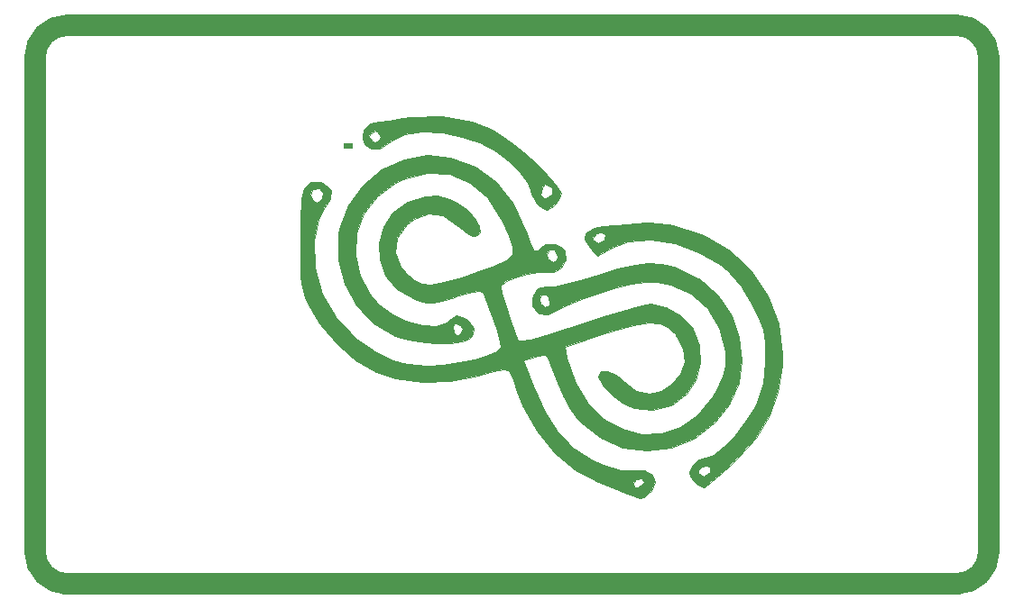
<source format=gbr>
%TF.GenerationSoftware,KiCad,Pcbnew,5.1.8-db9833491~88~ubuntu20.04.1*%
%TF.CreationDate,2020-12-22T00:38:32+08:00*%
%TF.ProjectId,Ingress_BioCard,496e6772-6573-4735-9f42-696f43617264,1.0*%
%TF.SameCoordinates,Original*%
%TF.FileFunction,Copper,L1,Top*%
%TF.FilePolarity,Positive*%
%FSLAX46Y46*%
G04 Gerber Fmt 4.6, Leading zero omitted, Abs format (unit mm)*
G04 Created by KiCad (PCBNEW 5.1.8-db9833491~88~ubuntu20.04.1) date 2020-12-22 00:38:32*
%MOMM*%
%LPD*%
G01*
G04 APERTURE LIST*
%TA.AperFunction,NonConductor*%
%ADD10C,2.000000*%
%TD*%
%TA.AperFunction,EtchedComponent*%
%ADD11C,0.010000*%
%TD*%
%TA.AperFunction,ComponentPad*%
%ADD12R,0.900000X0.500000*%
%TD*%
G04 APERTURE END LIST*
D10*
X63250000Y-84370000D02*
G75*
G02*
X66250000Y-81370000I3000000J0D01*
G01*
X152750000Y-130870000D02*
G75*
G02*
X149750000Y-133870000I-3000000J0D01*
G01*
X152750000Y-84370000D02*
X152750000Y-130870000D01*
X66294000Y-81370000D02*
X149750000Y-81370000D01*
X66250000Y-133870000D02*
G75*
G02*
X63250000Y-130870000I0J3000000D01*
G01*
X63250000Y-84370000D02*
X63250000Y-130870000D01*
X149750000Y-81370000D02*
G75*
G02*
X152750000Y-84370000I0J-3000000D01*
G01*
X66040000Y-133870000D02*
X149860000Y-133870000D01*
D11*
%TO.C,G\u002A\u002A\u002A*%
G36*
X102233442Y-93785876D02*
G01*
X104568608Y-94650076D01*
X106555437Y-96103097D01*
X108140669Y-98092870D01*
X109271046Y-100567329D01*
X109317327Y-100711261D01*
X109757036Y-101932318D01*
X110123839Y-102511179D01*
X110464369Y-102501003D01*
X110666389Y-102249111D01*
X111219577Y-101926264D01*
X112018702Y-101957707D01*
X112727516Y-102299142D01*
X112930254Y-102547347D01*
X113052075Y-103391972D01*
X112655154Y-104135758D01*
X111916613Y-104561306D01*
X111295055Y-104554391D01*
X110484694Y-104528716D01*
X109427869Y-104712958D01*
X108345624Y-105037125D01*
X107459001Y-105431222D01*
X106989041Y-105825256D01*
X106962222Y-105926402D01*
X107073800Y-106473357D01*
X107371659Y-107506153D01*
X107800482Y-108847729D01*
X108304957Y-110321022D01*
X108535059Y-110961051D01*
X108868829Y-111042853D01*
X109747580Y-110889624D01*
X111203034Y-110493295D01*
X113266912Y-109845795D01*
X114428246Y-109461745D01*
X116377643Y-108825223D01*
X118145224Y-108277805D01*
X119601377Y-107857333D01*
X120616489Y-107601647D01*
X121007997Y-107540778D01*
X122431417Y-107843112D01*
X123824786Y-108639866D01*
X124908088Y-109765664D01*
X124990248Y-109892664D01*
X125563939Y-111417509D01*
X125632448Y-113125303D01*
X125219354Y-114764944D01*
X124415105Y-116017483D01*
X122912940Y-117116435D01*
X121184291Y-117559696D01*
X119521616Y-117380694D01*
X118473564Y-116921897D01*
X117434988Y-116190918D01*
X116599340Y-115357509D01*
X116160072Y-114591424D01*
X116134444Y-114408503D01*
X116366373Y-113910309D01*
X116960385Y-113865711D01*
X117763817Y-114245764D01*
X118469155Y-114851175D01*
X119652917Y-115705456D01*
X120883980Y-115966834D01*
X122057559Y-115731376D01*
X123068872Y-115095147D01*
X123813137Y-114154215D01*
X124185569Y-113004647D01*
X124081387Y-111742508D01*
X123395807Y-110463866D01*
X123335029Y-110390067D01*
X122656397Y-109753878D01*
X121854233Y-109403602D01*
X120813030Y-109340098D01*
X119417282Y-109564224D01*
X117551484Y-110076838D01*
X116406358Y-110441551D01*
X112937890Y-111578435D01*
X113169367Y-112632343D01*
X113961176Y-114985950D01*
X115147814Y-116898589D01*
X116637859Y-118350560D01*
X118339894Y-119322167D01*
X120162499Y-119793709D01*
X122014255Y-119745490D01*
X123803743Y-119157809D01*
X125439544Y-118010969D01*
X126830239Y-116285272D01*
X127185603Y-115652483D01*
X127773420Y-114370616D01*
X128025976Y-113339258D01*
X128015796Y-112233142D01*
X127994385Y-112025278D01*
X127438763Y-109817512D01*
X126352170Y-107976934D01*
X124814787Y-106585625D01*
X122906795Y-105725667D01*
X121619227Y-105499032D01*
X120479256Y-105479378D01*
X119261032Y-105639342D01*
X117760600Y-106016524D01*
X116257712Y-106487502D01*
X114743242Y-107014557D01*
X113444200Y-107518128D01*
X112532727Y-107928690D01*
X112226111Y-108115778D01*
X111320045Y-108585454D01*
X110504062Y-108477636D01*
X109966989Y-107829387D01*
X109915534Y-107662277D01*
X109945888Y-107121202D01*
X110576803Y-107121202D01*
X110666389Y-107540778D01*
X111115970Y-107880288D01*
X111486750Y-107677302D01*
X111548333Y-107385209D01*
X111349100Y-106794939D01*
X111219932Y-106673899D01*
X110801663Y-106697665D01*
X110576803Y-107121202D01*
X109945888Y-107121202D01*
X109964625Y-106787234D01*
X110445343Y-106125937D01*
X111169782Y-105882650D01*
X111490667Y-105950021D01*
X112007386Y-105921745D01*
X113036044Y-105701650D01*
X114421400Y-105327443D01*
X115815796Y-104899472D01*
X117925833Y-104253506D01*
X119551123Y-103862549D01*
X120858745Y-103711548D01*
X122015777Y-103785449D01*
X123189298Y-104069199D01*
X123587886Y-104199232D01*
X125693233Y-105250596D01*
X127371472Y-106754203D01*
X128595271Y-108595395D01*
X129337298Y-110659515D01*
X129570220Y-112831906D01*
X129266706Y-114997912D01*
X128399423Y-117042874D01*
X127054940Y-118743354D01*
X125103416Y-120198647D01*
X122931007Y-121064274D01*
X120660204Y-121343757D01*
X118413496Y-121040617D01*
X116313374Y-120158379D01*
X114482329Y-118700564D01*
X114187343Y-118373302D01*
X113461673Y-117396824D01*
X112792868Y-116185120D01*
X112106492Y-114584830D01*
X111375797Y-112580643D01*
X111076176Y-112331963D01*
X110369411Y-112454605D01*
X110167361Y-112522022D01*
X109107214Y-112891591D01*
X109989771Y-115243268D01*
X111060849Y-117697809D01*
X112267357Y-119587172D01*
X113733489Y-121051646D01*
X115583442Y-122231517D01*
X116612244Y-122723845D01*
X118181375Y-123235190D01*
X119341299Y-123232392D01*
X120427170Y-123217176D01*
X121144951Y-123620011D01*
X121391525Y-124299511D01*
X121063776Y-125114287D01*
X120871746Y-125330857D01*
X120415285Y-125729709D01*
X119982417Y-125817398D01*
X119310332Y-125598199D01*
X118780278Y-125364899D01*
X117787890Y-124953091D01*
X116538860Y-124477271D01*
X116378467Y-124419608D01*
X119386408Y-124419608D01*
X119488535Y-124770926D01*
X119816616Y-124772386D01*
X120313633Y-124494093D01*
X120386412Y-124297722D01*
X120140766Y-123969882D01*
X119687986Y-124045956D01*
X119386408Y-124419608D01*
X116378467Y-124419608D01*
X116056162Y-124303736D01*
X113982597Y-123234112D01*
X112038780Y-121589482D01*
X110340514Y-119500257D01*
X109003597Y-117096849D01*
X108498239Y-115792223D01*
X108122723Y-114748961D01*
X107795105Y-113990516D01*
X107667217Y-113778357D01*
X107228591Y-113735227D01*
X106306267Y-113885213D01*
X105085242Y-114196364D01*
X104861561Y-114262901D01*
X102246524Y-114799259D01*
X99553832Y-114894413D01*
X97013146Y-114555225D01*
X95243922Y-113975558D01*
X93354180Y-112848776D01*
X91516933Y-111251572D01*
X89951957Y-109398964D01*
X89072908Y-107938142D01*
X88617535Y-106926736D01*
X88333972Y-106021565D01*
X88184585Y-105002200D01*
X88131739Y-103648212D01*
X88131734Y-102425500D01*
X88149011Y-100779605D01*
X88174894Y-99277980D01*
X88205122Y-98141616D01*
X88221748Y-97757726D01*
X88321270Y-97412444D01*
X89086002Y-97412444D01*
X89343308Y-97904181D01*
X89676111Y-98015778D01*
X90128562Y-97758802D01*
X90224275Y-97632261D01*
X90265486Y-97094249D01*
X89892239Y-96733291D01*
X89380287Y-96776876D01*
X89283516Y-96856150D01*
X89086002Y-97412444D01*
X88321270Y-97412444D01*
X88525186Y-96704978D01*
X89196479Y-96128167D01*
X90092962Y-96126755D01*
X90381666Y-96251889D01*
X90993091Y-96877672D01*
X90953346Y-97705868D01*
X90383279Y-98543228D01*
X89816320Y-99591845D01*
X89472580Y-101277131D01*
X89457749Y-101412563D01*
X89512951Y-104103753D01*
X90224052Y-106624838D01*
X91547154Y-108895647D01*
X93438354Y-110836010D01*
X95298518Y-112078881D01*
X96653362Y-112765982D01*
X97760487Y-113146299D01*
X98956170Y-113308980D01*
X100061018Y-113341399D01*
X101502022Y-113268979D01*
X103039861Y-113056721D01*
X104514667Y-112744725D01*
X105766574Y-112373090D01*
X106635714Y-111981917D01*
X106962219Y-111611305D01*
X106962222Y-111610367D01*
X106852585Y-111052924D01*
X106572754Y-110075676D01*
X106196346Y-108899947D01*
X105796982Y-107747062D01*
X105448281Y-106838345D01*
X105229454Y-106401054D01*
X104804904Y-106374024D01*
X103906300Y-106547237D01*
X102723979Y-106883463D01*
X102663804Y-106902917D01*
X101408400Y-107293805D01*
X100567184Y-107466736D01*
X99886418Y-107431089D01*
X99112362Y-107196244D01*
X98719947Y-107048693D01*
X97194087Y-106146706D01*
X96147647Y-104881566D01*
X95584006Y-103392966D01*
X95506544Y-101820597D01*
X95918640Y-100304151D01*
X96823673Y-98983321D01*
X98225021Y-97997798D01*
X98498145Y-97879513D01*
X99883640Y-97426803D01*
X100996052Y-97375875D01*
X102148178Y-97735384D01*
X102689054Y-97995456D01*
X103733475Y-98677684D01*
X104510738Y-99460705D01*
X104956807Y-100219267D01*
X105007643Y-100828117D01*
X104599212Y-101162003D01*
X104322706Y-101190778D01*
X103789021Y-100957571D01*
X103038040Y-100374536D01*
X102783162Y-100132444D01*
X101495039Y-99249870D01*
X100140499Y-99051956D01*
X98810099Y-99539229D01*
X98115641Y-100105308D01*
X97249716Y-101384781D01*
X97066563Y-102741527D01*
X97566181Y-104074963D01*
X98115641Y-104745692D01*
X98801992Y-105326171D01*
X99532048Y-105649705D01*
X100436059Y-105713192D01*
X101644279Y-105513528D01*
X103286960Y-105047613D01*
X104682679Y-104589273D01*
X106376627Y-103997650D01*
X107464662Y-103495731D01*
X108009282Y-102947307D01*
X108014460Y-102887869D01*
X111282359Y-102887869D01*
X111371944Y-103307444D01*
X111821525Y-103646955D01*
X112192306Y-103443969D01*
X112253889Y-103151875D01*
X112054656Y-102561605D01*
X111925487Y-102440565D01*
X111507218Y-102464332D01*
X111282359Y-102887869D01*
X108014460Y-102887869D01*
X108072984Y-102216167D01*
X107718266Y-101166103D01*
X107007626Y-99660906D01*
X106974824Y-99593695D01*
X105665527Y-97574668D01*
X104040269Y-96159358D01*
X102166030Y-95370828D01*
X100109789Y-95232143D01*
X97938527Y-95766364D01*
X97048650Y-96175810D01*
X95318789Y-97439362D01*
X94104303Y-99073249D01*
X93422219Y-100948347D01*
X93289568Y-102935530D01*
X93723380Y-104905672D01*
X94740682Y-106729650D01*
X95540654Y-107610258D01*
X96802710Y-108543904D01*
X98236202Y-109218965D01*
X99670024Y-109595374D01*
X100933068Y-109633063D01*
X101854228Y-109291965D01*
X102023333Y-109128278D01*
X102762238Y-108638347D01*
X103572418Y-108847927D01*
X103938413Y-109153476D01*
X104433868Y-109836134D01*
X104309683Y-110438653D01*
X103961128Y-110844253D01*
X103308419Y-111113997D01*
X102169369Y-111244832D01*
X100747924Y-111243826D01*
X99248034Y-111118046D01*
X97873645Y-110874559D01*
X97010076Y-110603359D01*
X95436609Y-109654473D01*
X102423612Y-109654473D01*
X102520483Y-110230387D01*
X102810152Y-110620871D01*
X103163787Y-110421990D01*
X103389994Y-109940383D01*
X103158102Y-109592768D01*
X102665366Y-109347666D01*
X102423612Y-109654473D01*
X95436609Y-109654473D01*
X95035261Y-109412439D01*
X93446033Y-107729433D01*
X92314325Y-105694260D01*
X91712069Y-103446836D01*
X91711198Y-101127081D01*
X91822148Y-100512147D01*
X92650021Y-98286126D01*
X94005786Y-96408684D01*
X95776912Y-94952523D01*
X97850868Y-93990342D01*
X100115126Y-93594842D01*
X102233442Y-93785876D01*
G37*
X102233442Y-93785876D02*
X104568608Y-94650076D01*
X106555437Y-96103097D01*
X108140669Y-98092870D01*
X109271046Y-100567329D01*
X109317327Y-100711261D01*
X109757036Y-101932318D01*
X110123839Y-102511179D01*
X110464369Y-102501003D01*
X110666389Y-102249111D01*
X111219577Y-101926264D01*
X112018702Y-101957707D01*
X112727516Y-102299142D01*
X112930254Y-102547347D01*
X113052075Y-103391972D01*
X112655154Y-104135758D01*
X111916613Y-104561306D01*
X111295055Y-104554391D01*
X110484694Y-104528716D01*
X109427869Y-104712958D01*
X108345624Y-105037125D01*
X107459001Y-105431222D01*
X106989041Y-105825256D01*
X106962222Y-105926402D01*
X107073800Y-106473357D01*
X107371659Y-107506153D01*
X107800482Y-108847729D01*
X108304957Y-110321022D01*
X108535059Y-110961051D01*
X108868829Y-111042853D01*
X109747580Y-110889624D01*
X111203034Y-110493295D01*
X113266912Y-109845795D01*
X114428246Y-109461745D01*
X116377643Y-108825223D01*
X118145224Y-108277805D01*
X119601377Y-107857333D01*
X120616489Y-107601647D01*
X121007997Y-107540778D01*
X122431417Y-107843112D01*
X123824786Y-108639866D01*
X124908088Y-109765664D01*
X124990248Y-109892664D01*
X125563939Y-111417509D01*
X125632448Y-113125303D01*
X125219354Y-114764944D01*
X124415105Y-116017483D01*
X122912940Y-117116435D01*
X121184291Y-117559696D01*
X119521616Y-117380694D01*
X118473564Y-116921897D01*
X117434988Y-116190918D01*
X116599340Y-115357509D01*
X116160072Y-114591424D01*
X116134444Y-114408503D01*
X116366373Y-113910309D01*
X116960385Y-113865711D01*
X117763817Y-114245764D01*
X118469155Y-114851175D01*
X119652917Y-115705456D01*
X120883980Y-115966834D01*
X122057559Y-115731376D01*
X123068872Y-115095147D01*
X123813137Y-114154215D01*
X124185569Y-113004647D01*
X124081387Y-111742508D01*
X123395807Y-110463866D01*
X123335029Y-110390067D01*
X122656397Y-109753878D01*
X121854233Y-109403602D01*
X120813030Y-109340098D01*
X119417282Y-109564224D01*
X117551484Y-110076838D01*
X116406358Y-110441551D01*
X112937890Y-111578435D01*
X113169367Y-112632343D01*
X113961176Y-114985950D01*
X115147814Y-116898589D01*
X116637859Y-118350560D01*
X118339894Y-119322167D01*
X120162499Y-119793709D01*
X122014255Y-119745490D01*
X123803743Y-119157809D01*
X125439544Y-118010969D01*
X126830239Y-116285272D01*
X127185603Y-115652483D01*
X127773420Y-114370616D01*
X128025976Y-113339258D01*
X128015796Y-112233142D01*
X127994385Y-112025278D01*
X127438763Y-109817512D01*
X126352170Y-107976934D01*
X124814787Y-106585625D01*
X122906795Y-105725667D01*
X121619227Y-105499032D01*
X120479256Y-105479378D01*
X119261032Y-105639342D01*
X117760600Y-106016524D01*
X116257712Y-106487502D01*
X114743242Y-107014557D01*
X113444200Y-107518128D01*
X112532727Y-107928690D01*
X112226111Y-108115778D01*
X111320045Y-108585454D01*
X110504062Y-108477636D01*
X109966989Y-107829387D01*
X109915534Y-107662277D01*
X109945888Y-107121202D01*
X110576803Y-107121202D01*
X110666389Y-107540778D01*
X111115970Y-107880288D01*
X111486750Y-107677302D01*
X111548333Y-107385209D01*
X111349100Y-106794939D01*
X111219932Y-106673899D01*
X110801663Y-106697665D01*
X110576803Y-107121202D01*
X109945888Y-107121202D01*
X109964625Y-106787234D01*
X110445343Y-106125937D01*
X111169782Y-105882650D01*
X111490667Y-105950021D01*
X112007386Y-105921745D01*
X113036044Y-105701650D01*
X114421400Y-105327443D01*
X115815796Y-104899472D01*
X117925833Y-104253506D01*
X119551123Y-103862549D01*
X120858745Y-103711548D01*
X122015777Y-103785449D01*
X123189298Y-104069199D01*
X123587886Y-104199232D01*
X125693233Y-105250596D01*
X127371472Y-106754203D01*
X128595271Y-108595395D01*
X129337298Y-110659515D01*
X129570220Y-112831906D01*
X129266706Y-114997912D01*
X128399423Y-117042874D01*
X127054940Y-118743354D01*
X125103416Y-120198647D01*
X122931007Y-121064274D01*
X120660204Y-121343757D01*
X118413496Y-121040617D01*
X116313374Y-120158379D01*
X114482329Y-118700564D01*
X114187343Y-118373302D01*
X113461673Y-117396824D01*
X112792868Y-116185120D01*
X112106492Y-114584830D01*
X111375797Y-112580643D01*
X111076176Y-112331963D01*
X110369411Y-112454605D01*
X110167361Y-112522022D01*
X109107214Y-112891591D01*
X109989771Y-115243268D01*
X111060849Y-117697809D01*
X112267357Y-119587172D01*
X113733489Y-121051646D01*
X115583442Y-122231517D01*
X116612244Y-122723845D01*
X118181375Y-123235190D01*
X119341299Y-123232392D01*
X120427170Y-123217176D01*
X121144951Y-123620011D01*
X121391525Y-124299511D01*
X121063776Y-125114287D01*
X120871746Y-125330857D01*
X120415285Y-125729709D01*
X119982417Y-125817398D01*
X119310332Y-125598199D01*
X118780278Y-125364899D01*
X117787890Y-124953091D01*
X116538860Y-124477271D01*
X116378467Y-124419608D01*
X119386408Y-124419608D01*
X119488535Y-124770926D01*
X119816616Y-124772386D01*
X120313633Y-124494093D01*
X120386412Y-124297722D01*
X120140766Y-123969882D01*
X119687986Y-124045956D01*
X119386408Y-124419608D01*
X116378467Y-124419608D01*
X116056162Y-124303736D01*
X113982597Y-123234112D01*
X112038780Y-121589482D01*
X110340514Y-119500257D01*
X109003597Y-117096849D01*
X108498239Y-115792223D01*
X108122723Y-114748961D01*
X107795105Y-113990516D01*
X107667217Y-113778357D01*
X107228591Y-113735227D01*
X106306267Y-113885213D01*
X105085242Y-114196364D01*
X104861561Y-114262901D01*
X102246524Y-114799259D01*
X99553832Y-114894413D01*
X97013146Y-114555225D01*
X95243922Y-113975558D01*
X93354180Y-112848776D01*
X91516933Y-111251572D01*
X89951957Y-109398964D01*
X89072908Y-107938142D01*
X88617535Y-106926736D01*
X88333972Y-106021565D01*
X88184585Y-105002200D01*
X88131739Y-103648212D01*
X88131734Y-102425500D01*
X88149011Y-100779605D01*
X88174894Y-99277980D01*
X88205122Y-98141616D01*
X88221748Y-97757726D01*
X88321270Y-97412444D01*
X89086002Y-97412444D01*
X89343308Y-97904181D01*
X89676111Y-98015778D01*
X90128562Y-97758802D01*
X90224275Y-97632261D01*
X90265486Y-97094249D01*
X89892239Y-96733291D01*
X89380287Y-96776876D01*
X89283516Y-96856150D01*
X89086002Y-97412444D01*
X88321270Y-97412444D01*
X88525186Y-96704978D01*
X89196479Y-96128167D01*
X90092962Y-96126755D01*
X90381666Y-96251889D01*
X90993091Y-96877672D01*
X90953346Y-97705868D01*
X90383279Y-98543228D01*
X89816320Y-99591845D01*
X89472580Y-101277131D01*
X89457749Y-101412563D01*
X89512951Y-104103753D01*
X90224052Y-106624838D01*
X91547154Y-108895647D01*
X93438354Y-110836010D01*
X95298518Y-112078881D01*
X96653362Y-112765982D01*
X97760487Y-113146299D01*
X98956170Y-113308980D01*
X100061018Y-113341399D01*
X101502022Y-113268979D01*
X103039861Y-113056721D01*
X104514667Y-112744725D01*
X105766574Y-112373090D01*
X106635714Y-111981917D01*
X106962219Y-111611305D01*
X106962222Y-111610367D01*
X106852585Y-111052924D01*
X106572754Y-110075676D01*
X106196346Y-108899947D01*
X105796982Y-107747062D01*
X105448281Y-106838345D01*
X105229454Y-106401054D01*
X104804904Y-106374024D01*
X103906300Y-106547237D01*
X102723979Y-106883463D01*
X102663804Y-106902917D01*
X101408400Y-107293805D01*
X100567184Y-107466736D01*
X99886418Y-107431089D01*
X99112362Y-107196244D01*
X98719947Y-107048693D01*
X97194087Y-106146706D01*
X96147647Y-104881566D01*
X95584006Y-103392966D01*
X95506544Y-101820597D01*
X95918640Y-100304151D01*
X96823673Y-98983321D01*
X98225021Y-97997798D01*
X98498145Y-97879513D01*
X99883640Y-97426803D01*
X100996052Y-97375875D01*
X102148178Y-97735384D01*
X102689054Y-97995456D01*
X103733475Y-98677684D01*
X104510738Y-99460705D01*
X104956807Y-100219267D01*
X105007643Y-100828117D01*
X104599212Y-101162003D01*
X104322706Y-101190778D01*
X103789021Y-100957571D01*
X103038040Y-100374536D01*
X102783162Y-100132444D01*
X101495039Y-99249870D01*
X100140499Y-99051956D01*
X98810099Y-99539229D01*
X98115641Y-100105308D01*
X97249716Y-101384781D01*
X97066563Y-102741527D01*
X97566181Y-104074963D01*
X98115641Y-104745692D01*
X98801992Y-105326171D01*
X99532048Y-105649705D01*
X100436059Y-105713192D01*
X101644279Y-105513528D01*
X103286960Y-105047613D01*
X104682679Y-104589273D01*
X106376627Y-103997650D01*
X107464662Y-103495731D01*
X108009282Y-102947307D01*
X108014460Y-102887869D01*
X111282359Y-102887869D01*
X111371944Y-103307444D01*
X111821525Y-103646955D01*
X112192306Y-103443969D01*
X112253889Y-103151875D01*
X112054656Y-102561605D01*
X111925487Y-102440565D01*
X111507218Y-102464332D01*
X111282359Y-102887869D01*
X108014460Y-102887869D01*
X108072984Y-102216167D01*
X107718266Y-101166103D01*
X107007626Y-99660906D01*
X106974824Y-99593695D01*
X105665527Y-97574668D01*
X104040269Y-96159358D01*
X102166030Y-95370828D01*
X100109789Y-95232143D01*
X97938527Y-95766364D01*
X97048650Y-96175810D01*
X95318789Y-97439362D01*
X94104303Y-99073249D01*
X93422219Y-100948347D01*
X93289568Y-102935530D01*
X93723380Y-104905672D01*
X94740682Y-106729650D01*
X95540654Y-107610258D01*
X96802710Y-108543904D01*
X98236202Y-109218965D01*
X99670024Y-109595374D01*
X100933068Y-109633063D01*
X101854228Y-109291965D01*
X102023333Y-109128278D01*
X102762238Y-108638347D01*
X103572418Y-108847927D01*
X103938413Y-109153476D01*
X104433868Y-109836134D01*
X104309683Y-110438653D01*
X103961128Y-110844253D01*
X103308419Y-111113997D01*
X102169369Y-111244832D01*
X100747924Y-111243826D01*
X99248034Y-111118046D01*
X97873645Y-110874559D01*
X97010076Y-110603359D01*
X95436609Y-109654473D01*
X102423612Y-109654473D01*
X102520483Y-110230387D01*
X102810152Y-110620871D01*
X103163787Y-110421990D01*
X103389994Y-109940383D01*
X103158102Y-109592768D01*
X102665366Y-109347666D01*
X102423612Y-109654473D01*
X95436609Y-109654473D01*
X95035261Y-109412439D01*
X93446033Y-107729433D01*
X92314325Y-105694260D01*
X91712069Y-103446836D01*
X91711198Y-101127081D01*
X91822148Y-100512147D01*
X92650021Y-98286126D01*
X94005786Y-96408684D01*
X95776912Y-94952523D01*
X97850868Y-93990342D01*
X100115126Y-93594842D01*
X102233442Y-93785876D01*
G36*
X122634378Y-100064357D02*
G01*
X123111302Y-100150236D01*
X125980750Y-101071884D01*
X128461432Y-102531714D01*
X130497117Y-104457263D01*
X132031575Y-106776066D01*
X133008574Y-109415662D01*
X133371884Y-112303586D01*
X133345042Y-113338233D01*
X132983650Y-115824573D01*
X132190796Y-118029247D01*
X130887540Y-120109909D01*
X128994942Y-122224213D01*
X128800475Y-122414302D01*
X127711346Y-123441562D01*
X126798259Y-124251192D01*
X126184995Y-124736174D01*
X126009965Y-124826889D01*
X125545322Y-124602867D01*
X125155476Y-124272524D01*
X124698704Y-123746212D01*
X124674471Y-123296091D01*
X124725465Y-123189664D01*
X125452452Y-123189664D01*
X125481515Y-123413286D01*
X125989059Y-123753834D01*
X126514292Y-123454674D01*
X126555894Y-123392307D01*
X126635540Y-122897882D01*
X126200109Y-122747453D01*
X125828688Y-122840538D01*
X125452452Y-123189664D01*
X124725465Y-123189664D01*
X124966301Y-122687030D01*
X125581808Y-122144249D01*
X126152748Y-122004667D01*
X126905701Y-121722366D01*
X127876258Y-120970481D01*
X128931122Y-119891535D01*
X129936997Y-118628054D01*
X130760586Y-117322562D01*
X131016361Y-116804352D01*
X131563115Y-115079418D01*
X131781476Y-112996116D01*
X131789128Y-112601239D01*
X131758411Y-111152403D01*
X131580892Y-110025034D01*
X131178158Y-108897429D01*
X130588534Y-107675628D01*
X129492997Y-105848774D01*
X128246330Y-104465299D01*
X127599722Y-103932554D01*
X125520600Y-102672792D01*
X123275909Y-101867679D01*
X121023359Y-101542817D01*
X118920663Y-101723811D01*
X117401543Y-102276913D01*
X116033258Y-103010270D01*
X115294998Y-102272010D01*
X114818803Y-101483449D01*
X114860505Y-101317442D01*
X115574674Y-101317442D01*
X115603738Y-101541064D01*
X116111281Y-101881611D01*
X116636514Y-101582451D01*
X116678117Y-101520085D01*
X116757763Y-101025659D01*
X116322332Y-100875231D01*
X115950910Y-100968315D01*
X115574674Y-101317442D01*
X114860505Y-101317442D01*
X114985104Y-100821442D01*
X115731319Y-100386594D01*
X116539155Y-100271953D01*
X117662028Y-100193721D01*
X119004633Y-100042801D01*
X119420249Y-99984330D01*
X120934504Y-99913238D01*
X122634378Y-100064357D01*
G37*
X122634378Y-100064357D02*
X123111302Y-100150236D01*
X125980750Y-101071884D01*
X128461432Y-102531714D01*
X130497117Y-104457263D01*
X132031575Y-106776066D01*
X133008574Y-109415662D01*
X133371884Y-112303586D01*
X133345042Y-113338233D01*
X132983650Y-115824573D01*
X132190796Y-118029247D01*
X130887540Y-120109909D01*
X128994942Y-122224213D01*
X128800475Y-122414302D01*
X127711346Y-123441562D01*
X126798259Y-124251192D01*
X126184995Y-124736174D01*
X126009965Y-124826889D01*
X125545322Y-124602867D01*
X125155476Y-124272524D01*
X124698704Y-123746212D01*
X124674471Y-123296091D01*
X124725465Y-123189664D01*
X125452452Y-123189664D01*
X125481515Y-123413286D01*
X125989059Y-123753834D01*
X126514292Y-123454674D01*
X126555894Y-123392307D01*
X126635540Y-122897882D01*
X126200109Y-122747453D01*
X125828688Y-122840538D01*
X125452452Y-123189664D01*
X124725465Y-123189664D01*
X124966301Y-122687030D01*
X125581808Y-122144249D01*
X126152748Y-122004667D01*
X126905701Y-121722366D01*
X127876258Y-120970481D01*
X128931122Y-119891535D01*
X129936997Y-118628054D01*
X130760586Y-117322562D01*
X131016361Y-116804352D01*
X131563115Y-115079418D01*
X131781476Y-112996116D01*
X131789128Y-112601239D01*
X131758411Y-111152403D01*
X131580892Y-110025034D01*
X131178158Y-108897429D01*
X130588534Y-107675628D01*
X129492997Y-105848774D01*
X128246330Y-104465299D01*
X127599722Y-103932554D01*
X125520600Y-102672792D01*
X123275909Y-101867679D01*
X121023359Y-101542817D01*
X118920663Y-101723811D01*
X117401543Y-102276913D01*
X116033258Y-103010270D01*
X115294998Y-102272010D01*
X114818803Y-101483449D01*
X114860505Y-101317442D01*
X115574674Y-101317442D01*
X115603738Y-101541064D01*
X116111281Y-101881611D01*
X116636514Y-101582451D01*
X116678117Y-101520085D01*
X116757763Y-101025659D01*
X116322332Y-100875231D01*
X115950910Y-100968315D01*
X115574674Y-101317442D01*
X114860505Y-101317442D01*
X114985104Y-100821442D01*
X115731319Y-100386594D01*
X116539155Y-100271953D01*
X117662028Y-100193721D01*
X119004633Y-100042801D01*
X119420249Y-99984330D01*
X120934504Y-99913238D01*
X122634378Y-100064357D01*
G36*
X104238539Y-90396388D02*
G01*
X105999882Y-91093451D01*
X106960386Y-91679690D01*
X108128106Y-92553251D01*
X109375355Y-93597044D01*
X110574442Y-94693978D01*
X111597680Y-95726964D01*
X112317379Y-96578912D01*
X112605849Y-97132731D01*
X112606667Y-97151826D01*
X112364486Y-97757916D01*
X111822891Y-98381962D01*
X111259301Y-98715404D01*
X111195555Y-98721333D01*
X110728974Y-98497220D01*
X110338809Y-98166968D01*
X109881390Y-97385973D01*
X109855042Y-97246220D01*
X110685607Y-97246220D01*
X111007522Y-97635320D01*
X111195555Y-97663000D01*
X111648007Y-97406024D01*
X111743719Y-97279484D01*
X111740460Y-96733321D01*
X111573460Y-96488683D01*
X111141253Y-96291026D01*
X110851365Y-96590772D01*
X110685607Y-97246220D01*
X109855042Y-97246220D01*
X109784444Y-96871774D01*
X109504285Y-96145463D01*
X108762899Y-95205904D01*
X107708925Y-94194634D01*
X106490999Y-93253192D01*
X105257759Y-92523117D01*
X105177572Y-92484927D01*
X103344934Y-91825682D01*
X101411602Y-91463556D01*
X99546968Y-91399489D01*
X97920426Y-91634419D01*
X96701367Y-92169285D01*
X96394136Y-92436238D01*
X95578395Y-92963136D01*
X94752210Y-92986819D01*
X94139455Y-92541443D01*
X93967771Y-92066062D01*
X93987249Y-91842167D01*
X94615000Y-91842167D01*
X94897387Y-92309868D01*
X95144167Y-92371333D01*
X95611868Y-92088946D01*
X95673333Y-91842167D01*
X95390946Y-91374465D01*
X95144167Y-91313000D01*
X94676465Y-91595387D01*
X94615000Y-91842167D01*
X93987249Y-91842167D01*
X94046633Y-91159603D01*
X94652597Y-90630320D01*
X95547091Y-90426670D01*
X96480262Y-90305238D01*
X97749152Y-90123072D01*
X98495555Y-90009872D01*
X101421781Y-89882880D01*
X104238539Y-90396388D01*
G37*
X104238539Y-90396388D02*
X105999882Y-91093451D01*
X106960386Y-91679690D01*
X108128106Y-92553251D01*
X109375355Y-93597044D01*
X110574442Y-94693978D01*
X111597680Y-95726964D01*
X112317379Y-96578912D01*
X112605849Y-97132731D01*
X112606667Y-97151826D01*
X112364486Y-97757916D01*
X111822891Y-98381962D01*
X111259301Y-98715404D01*
X111195555Y-98721333D01*
X110728974Y-98497220D01*
X110338809Y-98166968D01*
X109881390Y-97385973D01*
X109855042Y-97246220D01*
X110685607Y-97246220D01*
X111007522Y-97635320D01*
X111195555Y-97663000D01*
X111648007Y-97406024D01*
X111743719Y-97279484D01*
X111740460Y-96733321D01*
X111573460Y-96488683D01*
X111141253Y-96291026D01*
X110851365Y-96590772D01*
X110685607Y-97246220D01*
X109855042Y-97246220D01*
X109784444Y-96871774D01*
X109504285Y-96145463D01*
X108762899Y-95205904D01*
X107708925Y-94194634D01*
X106490999Y-93253192D01*
X105257759Y-92523117D01*
X105177572Y-92484927D01*
X103344934Y-91825682D01*
X101411602Y-91463556D01*
X99546968Y-91399489D01*
X97920426Y-91634419D01*
X96701367Y-92169285D01*
X96394136Y-92436238D01*
X95578395Y-92963136D01*
X94752210Y-92986819D01*
X94139455Y-92541443D01*
X93967771Y-92066062D01*
X93987249Y-91842167D01*
X94615000Y-91842167D01*
X94897387Y-92309868D01*
X95144167Y-92371333D01*
X95611868Y-92088946D01*
X95673333Y-91842167D01*
X95390946Y-91374465D01*
X95144167Y-91313000D01*
X94676465Y-91595387D01*
X94615000Y-91842167D01*
X93987249Y-91842167D01*
X94046633Y-91159603D01*
X94652597Y-90630320D01*
X95547091Y-90426670D01*
X96480262Y-90305238D01*
X97749152Y-90123072D01*
X98495555Y-90009872D01*
X101421781Y-89882880D01*
X104238539Y-90396388D01*
%TD*%
D12*
%TO.P,2.4GHz Left,2*%
%TO.N,N/C*%
X92642000Y-92710000D03*
%TD*%
M02*

</source>
